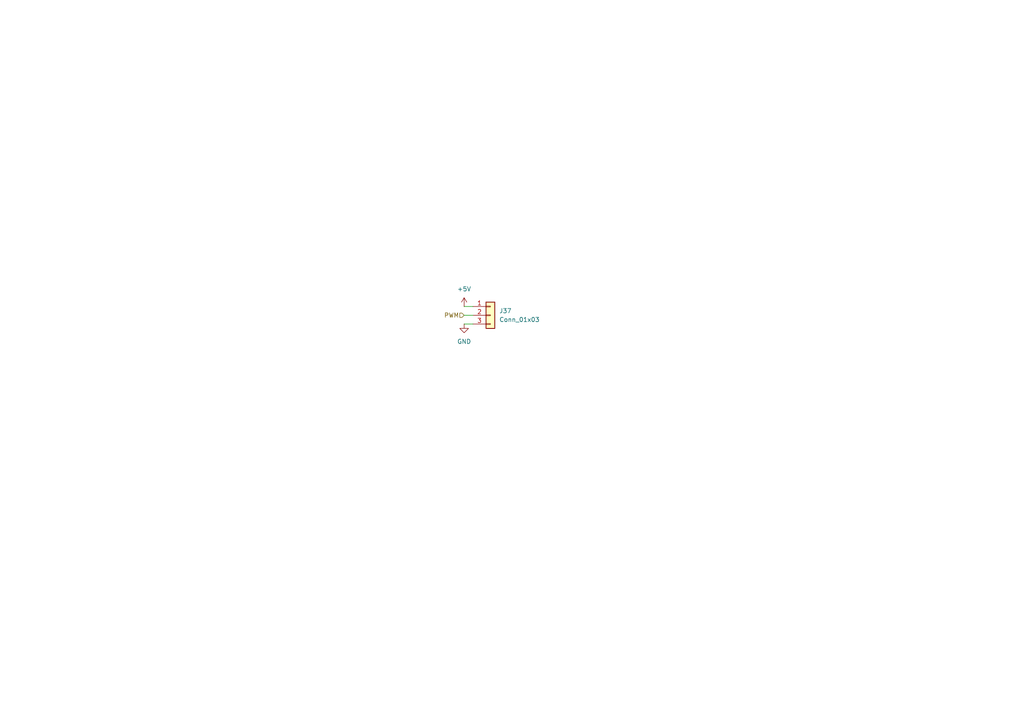
<source format=kicad_sch>
(kicad_sch (version 20250114) (generator "eeschema") (generator_version "9.0")
  (paper "A4")
  (lib_symbols
    (symbol "Connector_Generic:Conn_01x03" (pin_names (offset 1.016) (hide yes))
      (property "Reference" "J" (at 0 5.08 0))
      (property "Value" "Conn_01x03" (at 0 -5.08 0))
      (symbol "Conn_01x03_1_1"
        (rectangle (start -1.27 3.81) (end 1.27 -3.81) (stroke (width 0.254)) (fill (type background)))
        (rectangle (start -1.27 2.667) (end 0 2.413) (stroke (width 0.1524)))
        (rectangle (start -1.27 0.127) (end 0 -0.127) (stroke (width 0.1524)))
        (rectangle (start -1.27 -2.413) (end 0 -2.667) (stroke (width 0.1524)))
        (pin passive line (at -5.08 2.54 0) (length 3.81) (name "Pin_1") (number "1"))
        (pin passive line (at -5.08 0 0) (length 3.81) (name "Pin_2") (number "2"))
        (pin passive line (at -5.08 -2.54 0) (length 3.81) (name "Pin_3") (number "3"))
      )
    )
    (symbol "power:+5V" (power) (pin_numbers (hide yes)) (pin_names (offset 0) (hide yes))
      (property "Value" "+5V" (at 0 3.556 0))
      (symbol "+5V_0_1"
        (polyline (pts (xy -0.762 1.27) (xy 0 2.54)))
        (polyline (pts (xy 0 2.54) (xy 0.762 1.27)))
        (polyline (pts (xy 0 0) (xy 0 2.54)))
      )
      (symbol "+5V_1_1"
        (pin power_in line (at 0 0 90) (length 0) (name "~") (number "1"))
      )
    )
    (symbol "power:GND" (power) (pin_numbers (hide yes)) (pin_names (offset 0) (hide yes))
      (property "Value" "GND" (at 0 -3.81 0))
      (symbol "GND_0_1"
        (polyline (pts (xy 0 0) (xy 0 -1.27) (xy 1.27 -1.27) (xy 0 -2.54) (xy -1.27 -1.27) (xy 0 -1.27)))
      )
      (symbol "GND_1_1"
        (pin power_in line (at 0 0 270) (length 0) (name "~") (number "1"))
      )
    )
  )
  (wire (pts (xy 134.62 91.44) (xy 137.16 91.44)))
  (wire (pts (xy 134.62 93.98) (xy 137.16 93.98)))
  (wire (pts (xy 134.62 88.9) (xy 137.16 88.9)))
  (hierarchical_label "PWM" (shape input) (at 134.62 91.44 180))
  (symbol (lib_id "power:+5V") (at 134.62 88.9 0) (unit 1)
    (property "Reference" "#PWR088" (effects (hide yes)))
    (property "Value" "+5V" (at 134.62 83.82 0))
    (property "Description" "Power symbol creates a global label with name \"+5V\"" (effects (hide yes)))
  )
  (symbol (lib_id "power:GND") (at 134.62 93.98 0) (unit 1)
    (property "Reference" "#PWR089" (effects (hide yes)))
    (property "Value" "GND" (at 134.62 99.06 0))
    (property "Description" "Power symbol creates a global label with name \"GND\" , ground" (effects (hide yes)))
  )
  (symbol (lib_id "Connector_Generic:Conn_01x03") (at 142.24 91.44 0) (unit 1)
    (property "Reference" "J37" (at 144.78 90.1699 0) (effects (justify left)))
    (property "Value" "Conn_01x03" (at 144.78 92.7099 0) (effects (justify left)))
    (property "Footprint" "Connector_JST:JST_EH_B3B-EH-A_1x03_P2.50mm_Vertical" (effects (hide yes)))
    (property "Description" "Generic connector, single row, 01x03, script generated (kicad-library-utils/schlib/autogen/connector/)" (effects (hide yes)))
  )
)
</source>
